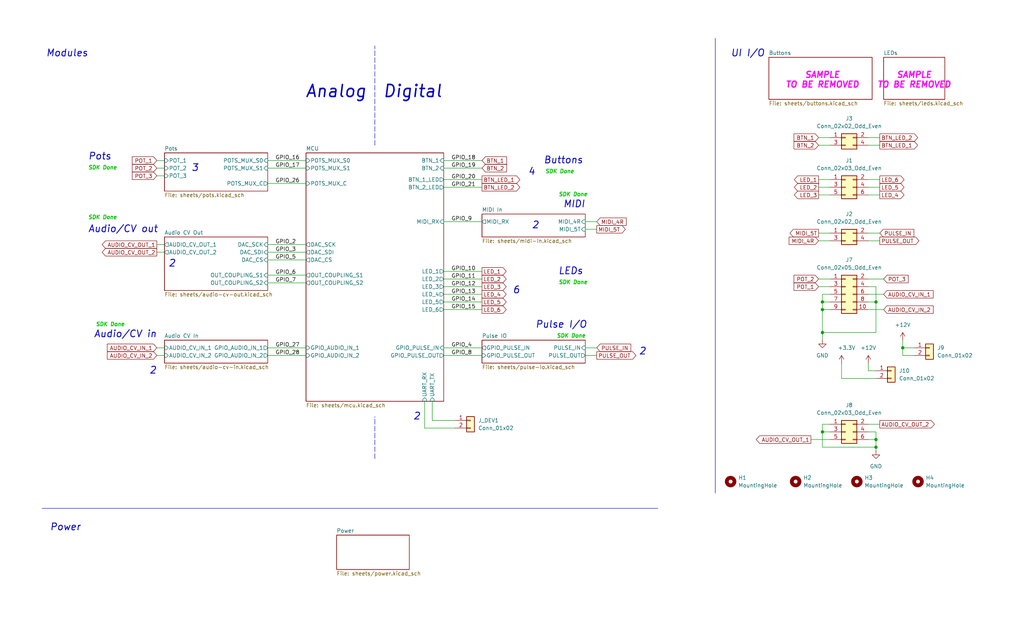
<source format=kicad_sch>
(kicad_sch (version 20250114) (generator "eeschema") (generator_version "9.0")
  (paper "User" 340 210)
  (lib_symbols
    (symbol "Connector_Generic:Conn_01x02" (pin_names (offset 1.016) (hide yes))
      (property "Reference" "J" (at 0 2.54 0))
      (property "Value" "Conn_01x02" (at 0 -5.08 0))
      (symbol "Conn_01x02_1_1"
        (rectangle (start -1.27 1.27) (end 1.27 -3.81) (stroke (width 0.254)) (fill (type background)))
        (rectangle (start -1.27 0.127) (end 0 -0.127) (stroke (width 0.1524)))
        (rectangle (start -1.27 -2.413) (end 0 -2.667) (stroke (width 0.1524)))
        (pin passive line (at -5.08 0 0) (length 3.81) (name "Pin_1") (number "1"))
        (pin passive line (at -5.08 -2.54 0) (length 3.81) (name "Pin_2") (number "2"))
      )
    )
    (symbol "Connector_Generic:Conn_02x02_Odd_Even" (pin_names (offset 1.016) (hide yes))
      (property "Reference" "J" (at 1.27 2.54 0))
      (property "Value" "Conn_02x02_Odd_Even" (at 1.27 -5.08 0))
      (symbol "Conn_02x02_Odd_Even_1_1"
        (rectangle (start -1.27 1.27) (end 3.81 -3.81) (stroke (width 0.254)) (fill (type background)))
        (rectangle (start -1.27 0.127) (end 0 -0.127) (stroke (width 0.1524)))
        (rectangle (start -1.27 -2.413) (end 0 -2.667) (stroke (width 0.1524)))
        (rectangle (start 3.81 0.127) (end 2.54 -0.127) (stroke (width 0.1524)))
        (rectangle (start 3.81 -2.413) (end 2.54 -2.667) (stroke (width 0.1524)))
        (pin passive line (at -5.08 0 0) (length 3.81) (name "Pin_1") (number "1"))
        (pin passive line (at -5.08 -2.54 0) (length 3.81) (name "Pin_3") (number "3"))
        (pin passive line (at 7.62 0 180) (length 3.81) (name "Pin_2") (number "2"))
        (pin passive line (at 7.62 -2.54 180) (length 3.81) (name "Pin_4") (number "4"))
      )
    )
    (symbol "Connector_Generic:Conn_02x03_Odd_Even" (pin_names (offset 1.016) (hide yes))
      (property "Reference" "J" (at 1.27 5.08 0))
      (property "Value" "Conn_02x03_Odd_Even" (at 1.27 -5.08 0))
      (symbol "Conn_02x03_Odd_Even_1_1"
        (rectangle (start -1.27 3.81) (end 3.81 -3.81) (stroke (width 0.254)) (fill (type background)))
        (rectangle (start -1.27 2.667) (end 0 2.413) (stroke (width 0.1524)))
        (rectangle (start -1.27 0.127) (end 0 -0.127) (stroke (width 0.1524)))
        (rectangle (start -1.27 -2.413) (end 0 -2.667) (stroke (width 0.1524)))
        (rectangle (start 3.81 2.667) (end 2.54 2.413) (stroke (width 0.1524)))
        (rectangle (start 3.81 0.127) (end 2.54 -0.127) (stroke (width 0.1524)))
        (rectangle (start 3.81 -2.413) (end 2.54 -2.667) (stroke (width 0.1524)))
        (pin passive line (at -5.08 2.54 0) (length 3.81) (name "Pin_1") (number "1"))
        (pin passive line (at -5.08 0 0) (length 3.81) (name "Pin_3") (number "3"))
        (pin passive line (at -5.08 -2.54 0) (length 3.81) (name "Pin_5") (number "5"))
        (pin passive line (at 7.62 2.54 180) (length 3.81) (name "Pin_2") (number "2"))
        (pin passive line (at 7.62 0 180) (length 3.81) (name "Pin_4") (number "4"))
        (pin passive line (at 7.62 -2.54 180) (length 3.81) (name "Pin_6") (number "6"))
      )
    )
    (symbol "Connector_Generic:Conn_02x05_Odd_Even" (pin_names (offset 1.016) (hide yes))
      (property "Reference" "J" (at 1.27 7.62 0))
      (property "Value" "Conn_02x05_Odd_Even" (at 1.27 -7.62 0))
      (symbol "Conn_02x05_Odd_Even_1_1"
        (rectangle (start -1.27 6.35) (end 3.81 -6.35) (stroke (width 0.254)) (fill (type background)))
        (rectangle (start -1.27 5.207) (end 0 4.953) (stroke (width 0.1524)))
        (rectangle (start -1.27 2.667) (end 0 2.413) (stroke (width 0.1524)))
        (rectangle (start -1.27 0.127) (end 0 -0.127) (stroke (width 0.1524)))
        (rectangle (start -1.27 -2.413) (end 0 -2.667) (stroke (width 0.1524)))
        (rectangle (start -1.27 -4.953) (end 0 -5.207) (stroke (width 0.1524)))
        (rectangle (start 3.81 5.207) (end 2.54 4.953) (stroke (width 0.1524)))
        (rectangle (start 3.81 2.667) (end 2.54 2.413) (stroke (width 0.1524)))
        (rectangle (start 3.81 0.127) (end 2.54 -0.127) (stroke (width 0.1524)))
        (rectangle (start 3.81 -2.413) (end 2.54 -2.667) (stroke (width 0.1524)))
        (rectangle (start 3.81 -4.953) (end 2.54 -5.207) (stroke (width 0.1524)))
        (pin passive line (at -5.08 5.08 0) (length 3.81) (name "Pin_1") (number "1"))
        (pin passive line (at -5.08 2.54 0) (length 3.81) (name "Pin_3") (number "3"))
        (pin passive line (at -5.08 0 0) (length 3.81) (name "Pin_5") (number "5"))
        (pin passive line (at -5.08 -2.54 0) (length 3.81) (name "Pin_7") (number "7"))
        (pin passive line (at -5.08 -5.08 0) (length 3.81) (name "Pin_9") (number "9"))
        (pin passive line (at 7.62 5.08 180) (length 3.81) (name "Pin_2") (number "2"))
        (pin passive line (at 7.62 2.54 180) (length 3.81) (name "Pin_4") (number "4"))
        (pin passive line (at 7.62 0 180) (length 3.81) (name "Pin_6") (number "6"))
        (pin passive line (at 7.62 -2.54 180) (length 3.81) (name "Pin_8") (number "8"))
        (pin passive line (at 7.62 -5.08 180) (length 3.81) (name "Pin_10") (number "10"))
      )
    )
    (symbol "Mechanical:MountingHole" (pin_names (offset 1.016)) (in_bom no)
      (property "Reference" "H" (at 0 5.08 0))
      (property "Value" "MountingHole" (at 0 3.175 0))
      (symbol "MountingHole_0_1"
        (circle (center 0 0) (radius 1.27) (stroke (width 1.27)))
      )
    )
    (symbol "power:+12V" (power) (pin_numbers (hide yes)) (pin_names (offset 0) (hide yes))
      (property "Value" "+12V" (at 0 3.556 0))
      (symbol "+12V_0_1"
        (polyline (pts (xy -0.762 1.27) (xy 0 2.54)))
        (polyline (pts (xy 0 2.54) (xy 0.762 1.27)))
        (polyline (pts (xy 0 0) (xy 0 2.54)))
      )
      (symbol "+12V_1_1"
        (pin power_in line (at 0 0 90) (length 0) (name "~") (number "1"))
      )
    )
    (symbol "power:+3.3V" (power) (pin_numbers (hide yes)) (pin_names (offset 0) (hide yes))
      (property "Value" "+3.3V" (at 0 3.556 0))
      (symbol "+3.3V_0_1"
        (polyline (pts (xy -0.762 1.27) (xy 0 2.54)))
        (polyline (pts (xy 0 2.54) (xy 0.762 1.27)))
        (polyline (pts (xy 0 0) (xy 0 2.54)))
      )
      (symbol "+3.3V_1_1"
        (pin power_in line (at 0 0 90) (length 0) (name "~") (number "1"))
      )
    )
    (symbol "power:GND" (power) (pin_numbers (hide yes)) (pin_names (offset 0) (hide yes))
      (property "Value" "GND" (at 0 -3.81 0))
      (symbol "GND_0_1"
        (polyline (pts (xy 0 0) (xy 0 -1.27) (xy 1.27 -1.27) (xy 0 -2.54) (xy -1.27 -1.27) (xy 0 -1.27)))
      )
      (symbol "GND_1_1"
        (pin power_in line (at 0 0 270) (length 0) (name "~") (number "1"))
      )
    )
  )
  (text "Power" (at 16.51 175.26 0) (effects (font (size 2.27 2.27) (thickness 0.2838) (italic yes)) (justify left)))
  (text "Audio/CV in" (at 31.115 111.125 0) (effects (font (size 2.27 2.27) (thickness 0.2838) (italic yes)) (justify left)))
  (text "SAMPLE\nTO BE REMOVED" (at 273.05 26.67 0) (effects (font (size 2 2) (thickness 0.4) (bold yes) (italic yes))))
  (text "Pulse I/O" (at 194.945 107.95 0) (effects (font (size 2.27 2.27) (thickness 0.2838) (italic yes)) (justify right)))
  (text "6" (at 170.18 96.52 0) (effects (font (size 2.27 2.27) (thickness 0.2838) (italic yes)) (justify left)))
  (text "Audio/CV out" (at 29.21 76.2 0) (effects (font (size 2.27 2.27) (thickness 0.2838) (italic yes)) (justify left)))
  (text "4" (at 175.26 57.15 0) (effects (font (size 2.27 2.27) (thickness 0.2838) (italic yes)) (justify left)))
  (text "SDK Done" (at 29.21 55.88 0) (effects (font (size 1.27 1.27) (thickness 0.254) (bold yes) (italic yes)) (justify left)))
  (text "SDK Done" (at 31.75 107.95 0) (effects (font (size 1.27 1.27) (thickness 0.254) (bold yes) (italic yes)) (justify left)))
  (text "SAMPLE\nTO BE REMOVED" (at 303.53 26.67 0) (effects (font (size 2 2) (thickness 0.4) (bold yes) (italic yes))))
  (text "SDK Done" (at 29.21 72.39 0) (effects (font (size 1.27 1.27) (thickness 0.254) (bold yes) (italic yes)) (justify left)))
  (text "2" (at 212.09 116.84 0) (effects (font (size 2.27 2.27) (thickness 0.2838) (italic yes)) (justify left)))
  (text "LEDs" (at 193.675 90.17 0) (effects (font (size 2.27 2.27) (thickness 0.2838) (italic yes)) (justify right)))
  (text "Modules" (at 15.24 17.78 0) (effects (font (size 2.27 2.27) (thickness 0.2838) (italic yes)) (justify left)))
  (text "2" (at 49.53 123.19 0) (effects (font (size 2.27 2.27) (thickness 0.2838) (italic yes)) (justify left)))
  (text "SDK Done" (at 185.42 93.98 0) (effects (font (size 1.27 1.27) (thickness 0.254) (bold yes) (italic yes)) (justify left)))
  (text "2" (at 137.16 138.43 0) (effects (font (size 2.27 2.27) (thickness 0.2838) (italic yes)) (justify left)))
  (text "Buttons" (at 193.675 53.34 0) (effects (font (size 2.27 2.27) (thickness 0.2838) (italic yes)) (justify right)))
  (text "2" (at 55.88 87.63 0) (effects (font (size 2.27 2.27) (thickness 0.2838) (italic yes)) (justify left)))
  (text "2" (at 176.53 74.93 0) (effects (font (size 2.27 2.27) (thickness 0.2838) (italic yes)) (justify left)))
  (text "SDK Done" (at 185.42 64.77 0) (effects (font (size 1.27 1.27) (thickness 0.254) (bold yes) (italic yes)) (justify left)))
  (text "Analog" (at 121.92 30.48 0) (effects (font (size 4 4) (thickness 0.5) (italic yes)) (justify right)))
  (text "SDK Done" (at 180.975 57.15 0) (effects (font (size 1.27 1.27) (thickness 0.254) (bold yes) (italic yes)) (justify left)))
  (text "Pots" (at 29.21 52.07 0) (effects (font (size 2.27 2.27) (thickness 0.2838) (italic yes)) (justify left)))
  (text "SDK Done" (at 184.785 111.76 0) (effects (font (size 1.27 1.27) (thickness 0.254) (bold yes) (italic yes)) (justify left)))
  (text "Digital" (at 127 30.48 0) (effects (font (size 4 4) (thickness 0.5) (italic yes)) (justify left)))
  (text "MIDI" (at 194.31 67.945 0) (effects (font (size 2.27 2.27) (thickness 0.2838) (italic yes)) (justify right)))
  (text "3" (at 63.5 55.88 0) (effects (font (size 2.27 2.27) (thickness 0.2838) (italic yes)) (justify left)))
  (text "UI I/O" (at 242.57 17.78 0) (effects (font (size 2.27 2.27) (thickness 0.2838) (italic yes)) (justify left)))
  (junction (at 273.05 100.33))
  (junction (at 299.72 115.57))
  (junction (at 273.05 143.51))
  (junction (at 290.83 148.59))
  (junction (at 273.05 110.49))
  (junction (at 273.05 102.87))
  (junction (at 290.83 146.05))
  (junction (at 290.83 100.33))
  (polyline (pts (xy 124.46 48.26) (xy 124.46 15.24)) (stroke (width 0) (type dash)))
  (wire (pts (xy 88.9 93.98) (xy 101.6 93.98)))
  (wire (pts (xy 271.78 45.72) (xy 275.59 45.72)))
  (wire (pts (xy 271.78 48.26) (xy 275.59 48.26)))
  (wire (pts (xy 147.32 55.88) (xy 160.02 55.88)))
  (wire (pts (xy 271.78 80.01) (xy 275.59 80.01)))
  (wire (pts (xy 88.9 81.28) (xy 101.6 81.28)))
  (wire (pts (xy 292.1 45.72) (xy 288.29 45.72)))
  (wire (pts (xy 147.32 97.79) (xy 160.02 97.79)))
  (wire (pts (xy 194.31 76.2) (xy 198.12 76.2)))
  (wire (pts (xy 194.31 118.11) (xy 198.12 118.11)))
  (wire (pts (xy 288.29 120.65) (xy 288.29 123.19)))
  (wire (pts (xy 299.72 115.57) (xy 299.72 118.11)))
  (polyline (pts (xy 124.46 152.4) (xy 124.46 138.43)) (stroke (width 0) (type dash)))
  (wire (pts (xy 292.1 59.69) (xy 288.29 59.69)))
  (wire (pts (xy 292.1 80.01) (xy 288.29 80.01)))
  (wire (pts (xy 140.97 133.35) (xy 140.97 142.24)))
  (wire (pts (xy 147.32 118.11) (xy 160.02 118.11)))
  (wire (pts (xy 288.29 123.19) (xy 290.83 123.19)))
  (wire (pts (xy 293.37 102.87) (xy 288.29 102.87)))
  (wire (pts (xy 271.78 95.25) (xy 275.59 95.25)))
  (wire (pts (xy 88.9 60.96) (xy 101.6 60.96)))
  (wire (pts (xy 290.83 100.33) (xy 290.83 110.49)))
  (wire (pts (xy 290.83 95.25) (xy 290.83 100.33)))
  (wire (pts (xy 290.83 110.49) (xy 273.05 110.49)))
  (wire (pts (xy 271.78 59.69) (xy 275.59 59.69)))
  (wire (pts (xy 147.32 92.71) (xy 160.02 92.71)))
  (wire (pts (xy 52.07 55.88) (xy 54.61 55.88)))
  (wire (pts (xy 273.05 143.51) (xy 275.59 143.51)))
  (wire (pts (xy 52.07 83.82) (xy 54.61 83.82)))
  (wire (pts (xy 290.83 148.59) (xy 290.83 149.86)))
  (wire (pts (xy 52.07 53.34) (xy 54.61 53.34)))
  (wire (pts (xy 273.05 148.59) (xy 290.83 148.59)))
  (wire (pts (xy 88.9 118.11) (xy 101.6 118.11)))
  (wire (pts (xy 290.83 146.05) (xy 290.83 148.59)))
  (wire (pts (xy 147.32 59.69) (xy 160.02 59.69)))
  (wire (pts (xy 273.05 97.79) (xy 275.59 97.79)))
  (wire (pts (xy 288.29 100.33) (xy 290.83 100.33)))
  (wire (pts (xy 88.9 91.44) (xy 101.6 91.44)))
  (wire (pts (xy 147.32 90.17) (xy 160.02 90.17)))
  (wire (pts (xy 292.1 140.97) (xy 288.29 140.97)))
  (wire (pts (xy 198.12 115.57) (xy 194.31 115.57)))
  (wire (pts (xy 140.97 142.24) (xy 151.13 142.24)))
  (wire (pts (xy 147.32 102.87) (xy 160.02 102.87)))
  (wire (pts (xy 273.05 140.97) (xy 273.05 143.51)))
  (wire (pts (xy 52.07 58.42) (xy 54.61 58.42)))
  (wire (pts (xy 88.9 115.57) (xy 101.6 115.57)))
  (wire (pts (xy 271.78 64.77) (xy 275.59 64.77)))
  (wire (pts (xy 290.83 143.51) (xy 290.83 146.05)))
  (wire (pts (xy 288.29 146.05) (xy 290.83 146.05)))
  (wire (pts (xy 273.05 113.03) (xy 273.05 110.49)))
  (wire (pts (xy 279.4 125.73) (xy 279.4 120.65)))
  (wire (pts (xy 147.32 53.34) (xy 160.02 53.34)))
  (wire (pts (xy 147.32 100.33) (xy 160.02 100.33)))
  (wire (pts (xy 52.07 115.57) (xy 54.61 115.57)))
  (wire (pts (xy 273.05 97.79) (xy 273.05 100.33)))
  (wire (pts (xy 88.9 86.36) (xy 101.6 86.36)))
  (wire (pts (xy 288.29 97.79) (xy 293.37 97.79)))
  (wire (pts (xy 52.07 81.28) (xy 54.61 81.28)))
  (wire (pts (xy 271.78 62.23) (xy 275.59 62.23)))
  (wire (pts (xy 52.07 118.11) (xy 54.61 118.11)))
  (wire (pts (xy 143.51 133.35) (xy 143.51 139.7)))
  (wire (pts (xy 273.05 100.33) (xy 273.05 102.87)))
  (wire (pts (xy 273.05 102.87) (xy 273.05 110.49)))
  (wire (pts (xy 273.05 102.87) (xy 275.59 102.87)))
  (wire (pts (xy 273.05 143.51) (xy 273.05 148.59)))
  (wire (pts (xy 198.12 73.66) (xy 194.31 73.66)))
  (wire (pts (xy 290.83 125.73) (xy 279.4 125.73)))
  (polyline (pts (xy 237.49 12.7) (xy 237.49 163.83)))
  (wire (pts (xy 143.51 139.7) (xy 151.13 139.7)))
  (wire (pts (xy 275.59 140.97) (xy 273.05 140.97)))
  (wire (pts (xy 288.29 143.51) (xy 290.83 143.51)))
  (wire (pts (xy 299.72 113.03) (xy 299.72 115.57)))
  (wire (pts (xy 292.1 64.77) (xy 288.29 64.77)))
  (wire (pts (xy 271.78 77.47) (xy 275.59 77.47)))
  (wire (pts (xy 299.72 115.57) (xy 303.53 115.57)))
  (wire (pts (xy 299.72 118.11) (xy 303.53 118.11)))
  (wire (pts (xy 288.29 95.25) (xy 290.83 95.25)))
  (wire (pts (xy 147.32 95.25) (xy 160.02 95.25)))
  (wire (pts (xy 88.9 83.82) (xy 101.6 83.82)))
  (polyline (pts (xy 13.97 168.91) (xy 218.44 168.91)))
  (wire (pts (xy 292.1 77.47) (xy 288.29 77.47)))
  (wire (pts (xy 147.32 62.23) (xy 160.02 62.23)))
  (wire (pts (xy 292.1 62.23) (xy 288.29 62.23)))
  (wire (pts (xy 271.78 92.71) (xy 275.59 92.71)))
  (wire (pts (xy 88.9 53.34) (xy 101.6 53.34)))
  (wire (pts (xy 288.29 92.71) (xy 293.37 92.71)))
  (wire (pts (xy 269.24 146.05) (xy 275.59 146.05)))
  (wire (pts (xy 147.32 73.66) (xy 160.02 73.66)))
  (wire (pts (xy 88.9 55.88) (xy 101.6 55.88)))
  (wire (pts (xy 147.32 115.57) (xy 160.02 115.57)))
  (wire (pts (xy 292.1 48.26) (xy 288.29 48.26)))
  (wire (pts (xy 275.59 100.33) (xy 273.05 100.33)))
  (label "GPIO_14" (at 149.86 100.33 0))
  (label "GPIO_19" (at 149.86 55.88 0))
  (label "GPIO_11" (at 149.86 92.71 0))
  (label "GPIO_3" (at 91.44 83.82 0))
  (label "GPIO_15" (at 149.86 102.87 0))
  (label "GPIO_5" (at 91.44 86.36 0))
  (label "GPIO_21" (at 149.86 62.23 0))
  (label "GPIO_10" (at 149.86 90.17 0))
  (label "GPIO_28" (at 91.44 118.11 0))
  (label "GPIO_13" (at 149.86 97.79 0))
  (label "GPIO_17" (at 91.44 55.88 0))
  (label "GPIO_27" (at 91.44 115.57 0))
  (label "GPIO_26" (at 91.44 60.96 0))
  (label "GPIO_18" (at 149.86 53.34 0))
  (label "GPIO_9" (at 149.86 73.66 0))
  (label "GPIO_7" (at 91.44 93.98 0))
  (label "GPIO_16" (at 91.44 53.34 0))
  (label "GPIO_12" (at 149.86 95.25 0))
  (label "GPIO_4" (at 149.86 115.57 0))
  (label "GPIO_2" (at 91.44 81.28 0))
  (label "GPIO_8" (at 149.86 118.11 0))
  (label "GPIO_6" (at 91.44 91.44 0))
  (label "GPIO_20" (at 149.86 59.69 0))
  (global_label "MIDI_5T" (shape output) (at 198.12 76.2 0) (property "Intersheetrefs" "${INTERSHEET_REFS}" (effects (hide yes))))
  (global_label "MIDI_5T" (shape output) (at 271.78 77.47 180) (property "Intersheetrefs" "${INTERSHEET_REFS}" (effects (hide yes))))
  (global_label "AUDIO_CV_OUT_1" (shape output) (at 52.07 81.28 180) (property "Intersheetrefs" "${INTERSHEET_REFS}" (effects (hide yes))))
  (global_label "LED_5" (shape output) (at 160.02 100.33 0) (property "Intersheetrefs" "${INTERSHEET_REFS}" (effects (hide yes))))
  (global_label "LED_2" (shape output) (at 271.78 62.23 180) (property "Intersheetrefs" "${INTERSHEET_REFS}" (effects (hide yes))))
  (global_label "POT_2" (shape input) (at 271.78 92.71 180) (property "Intersheetrefs" "${INTERSHEET_REFS}" (effects (hide yes))))
  (global_label "PULSE_OUT" (shape output) (at 198.12 118.11 0) (property "Intersheetrefs" "${INTERSHEET_REFS}" (effects (hide yes))))
  (global_label "AUDIO_CV_OUT_2" (shape output) (at 292.1 140.97 0) (property "Intersheetrefs" "${INTERSHEET_REFS}" (effects (hide yes))))
  (global_label "BTN_2" (shape input) (at 271.78 48.26 180) (property "Intersheetrefs" "${INTERSHEET_REFS}" (effects (hide yes))))
  (global_label "LED_4" (shape output) (at 160.02 97.79 0) (property "Intersheetrefs" "${INTERSHEET_REFS}" (effects (hide yes))))
  (global_label "BTN_1" (shape input) (at 160.02 53.34 0) (property "Intersheetrefs" "${INTERSHEET_REFS}" (effects (hide yes))))
  (global_label "POT_2" (shape input) (at 52.07 55.88 180) (property "Intersheetrefs" "${INTERSHEET_REFS}" (effects (hide yes))))
  (global_label "LED_5" (shape output) (at 292.1 62.23 0) (property "Intersheetrefs" "${INTERSHEET_REFS}" (effects (hide yes))))
  (global_label "LED_1" (shape output) (at 271.78 59.69 180) (property "Intersheetrefs" "${INTERSHEET_REFS}" (effects (hide yes))))
  (global_label "AUDIO_CV_IN_2" (shape input) (at 52.07 118.11 180) (property "Intersheetrefs" "${INTERSHEET_REFS}" (effects (hide yes))))
  (global_label "LED_6" (shape output) (at 292.1 59.69 0) (property "Intersheetrefs" "${INTERSHEET_REFS}" (effects (hide yes))))
  (global_label "LED_3" (shape output) (at 271.78 64.77 180) (property "Intersheetrefs" "${INTERSHEET_REFS}" (effects (hide yes))))
  (global_label "BTN_LED_1" (shape output) (at 292.1 48.26 0) (property "Intersheetrefs" "${INTERSHEET_REFS}" (effects (hide yes))))
  (global_label "BTN_2" (shape input) (at 160.02 55.88 0) (property "Intersheetrefs" "${INTERSHEET_REFS}" (effects (hide yes))))
  (global_label "MIDI_4R" (shape input) (at 198.12 73.66 0) (property "Intersheetrefs" "${INTERSHEET_REFS}" (effects (hide yes))))
  (global_label "LED_3" (shape output) (at 160.02 95.25 0) (property "Intersheetrefs" "${INTERSHEET_REFS}" (effects (hide yes))))
  (global_label "POT_3" (shape input) (at 52.07 58.42 180) (property "Intersheetrefs" "${INTERSHEET_REFS}" (effects (hide yes))))
  (global_label "AUDIO_CV_IN_2" (shape input) (at 293.37 102.87 0) (property "Intersheetrefs" "${INTERSHEET_REFS}" (effects (hide yes))))
  (global_label "AUDIO_CV_IN_1" (shape input) (at 293.37 97.79 0) (property "Intersheetrefs" "${INTERSHEET_REFS}" (effects (hide yes))))
  (global_label "BTN_LED_2" (shape output) (at 160.02 62.23 0) (property "Intersheetrefs" "${INTERSHEET_REFS}" (effects (hide yes))))
  (global_label "MIDI_4R" (shape input) (at 271.78 80.01 180) (property "Intersheetrefs" "${INTERSHEET_REFS}" (effects (hide yes))))
  (global_label "AUDIO_CV_IN_1" (shape input) (at 52.07 115.57 180) (property "Intersheetrefs" "${INTERSHEET_REFS}" (effects (hide yes))))
  (global_label "PULSE_IN" (shape input) (at 292.1 77.47 0) (property "Intersheetrefs" "${INTERSHEET_REFS}" (effects (hide yes))))
  (global_label "LED_6" (shape output) (at 160.02 102.87 0) (property "Intersheetrefs" "${INTERSHEET_REFS}" (effects (hide yes))))
  (global_label "POT_1" (shape input) (at 271.78 95.25 180) (property "Intersheetrefs" "${INTERSHEET_REFS}" (effects (hide yes))))
  (global_label "LED_2" (shape output) (at 160.02 92.71 0) (property "Intersheetrefs" "${INTERSHEET_REFS}" (effects (hide yes))))
  (global_label "LED_4" (shape output) (at 292.1 64.77 0) (property "Intersheetrefs" "${INTERSHEET_REFS}" (effects (hide yes))))
  (global_label "AUDIO_CV_OUT_2" (shape output) (at 52.07 83.82 180) (property "Intersheetrefs" "${INTERSHEET_REFS}" (effects (hide yes))))
  (global_label "BTN_LED_2" (shape output) (at 292.1 45.72 0) (property "Intersheetrefs" "${INTERSHEET_REFS}" (effects (hide yes))))
  (global_label "BTN_LED_1" (shape output) (at 160.02 59.69 0) (property "Intersheetrefs" "${INTERSHEET_REFS}" (effects (hide yes))))
  (global_label "BTN_1" (shape input) (at 271.78 45.72 180) (property "Intersheetrefs" "${INTERSHEET_REFS}" (effects (hide yes))))
  (global_label "AUDIO_CV_OUT_1" (shape output) (at 269.24 146.05 180) (property "Intersheetrefs" "${INTERSHEET_REFS}" (effects (hide yes))))
  (global_label "POT_3" (shape input) (at 293.37 92.71 0) (property "Intersheetrefs" "${INTERSHEET_REFS}" (effects (hide yes))))
  (global_label "PULSE_IN" (shape input) (at 198.12 115.57 0) (property "Intersheetrefs" "${INTERSHEET_REFS}" (effects (hide yes))))
  (global_label "POT_1" (shape input) (at 52.07 53.34 180) (property "Intersheetrefs" "${INTERSHEET_REFS}" (effects (hide yes))))
  (global_label "LED_1" (shape output) (at 160.02 90.17 0) (property "Intersheetrefs" "${INTERSHEET_REFS}" (effects (hide yes))))
  (global_label "PULSE_OUT" (shape output) (at 292.1 80.01 0) (property "Intersheetrefs" "${INTERSHEET_REFS}" (effects (hide yes))))
  (symbol (lib_id "power:GND") (at 290.83 149.86 0) (unit 1)
    (property "Reference" "#PWR013" (effects (hide yes)))
    (property "Value" "GND" (at 290.83 154.94 0))
    (property "Description" "Power symbol creates a global label with name \"GND\" , ground" (effects (hide yes)))
  )
  (symbol (lib_id "Connector_Generic:Conn_02x02_Odd_Even") (at 280.67 45.72 0) (unit 1)
    (property "Reference" "J3" (at 281.94 39.37 0))
    (property "Value" "Conn_02x02_Odd_Even" (at 281.94 41.91 0))
    (property "Footprint" "Connector_PinHeader_2.54mm:PinHeader_2x02_P2.54mm_Vertical" (effects (hide yes)))
    (property "Description" "Generic connector, double row, 02x02, odd/even pin numbering scheme (row 1 odd numbers, row 2 even numbers), script generated (kicad-library-utils/schlib/autogen/connector/)" (effects (hide yes)))
    (property "Vendor" "Mouser" (effects (hide yes)))
  )
  (symbol (lib_id "Mechanical:MountingHole") (at 264.16 160.02 0) (unit 1) (in_bom no)
    (property "Reference" "H2" (at 266.7 158.7499 0) (effects (justify left)))
    (property "Value" "MountingHole" (at 266.7 161.2899 0) (effects (justify left)))
    (property "Footprint" "MountingHole:MountingHole_3.2mm_M3_DIN965_Pad" (effects (hide yes)))
    (property "Description" "Mounting Hole without connection" (effects (hide yes)))
    (property "Vendor" "N/A" (effects (hide yes)))
  )
  (symbol (lib_id "Mechanical:MountingHole") (at 242.57 160.02 0) (unit 1) (in_bom no)
    (property "Reference" "H1" (at 245.11 158.7499 0) (effects (justify left)))
    (property "Value" "MountingHole" (at 245.11 161.2899 0) (effects (justify left)))
    (property "Footprint" "MountingHole:MountingHole_3.2mm_M3_DIN965_Pad" (effects (hide yes)))
    (property "Description" "Mounting Hole without connection" (effects (hide yes)))
    (property "Vendor" "N/A" (effects (hide yes)))
  )
  (symbol (lib_id "power:+12V") (at 299.72 113.03 0) (unit 1)
    (property "Reference" "#PWR067" (effects (hide yes)))
    (property "Value" "+12V" (at 299.72 107.95 0))
    (property "Description" "Power symbol creates a global label with name \"+12V\"" (effects (hide yes)))
  )
  (symbol (lib_id "power:+12V") (at 288.29 120.65 0) (unit 1)
    (property "Reference" "#PWR012" (effects (hide yes)))
    (property "Value" "+12V" (at 288.29 115.57 0))
    (property "Description" "Power symbol creates a global label with name \"+12V\"" (effects (hide yes)))
  )
  (symbol (lib_id "Connector_Generic:Conn_02x05_Odd_Even") (at 280.67 97.79 0) (unit 1)
    (property "Reference" "J7" (at 281.94 86.36 0))
    (property "Value" "Conn_02x05_Odd_Even" (at 281.94 88.9 0))
    (property "Footprint" "Connector_PinHeader_2.54mm:PinHeader_2x05_P2.54mm_Vertical" (effects (hide yes)))
    (property "Description" "Generic connector, double row, 02x05, odd/even pin numbering scheme (row 1 odd numbers, row 2 even numbers), script generated (kicad-library-utils/schlib/autogen/connector/)" (effects (hide yes)))
    (property "Vendor" "Mouser" (effects (hide yes)))
  )
  (symbol (lib_id "power:+3.3V") (at 279.4 120.65 0) (unit 1)
    (property "Reference" "#PWR062" (effects (hide yes)))
    (property "Value" "+3.3V" (at 278.13 115.57 0) (effects (justify left)))
    (property "Description" "Power symbol creates a global label with name \"+3.3V\"" (effects (hide yes)))
  )
  (symbol (lib_id "Mechanical:MountingHole") (at 284.48 160.02 0) (unit 1) (in_bom no)
    (property "Reference" "H3" (at 287.02 158.7499 0) (effects (justify left)))
    (property "Value" "MountingHole" (at 287.02 161.2899 0) (effects (justify left)))
    (property "Footprint" "MountingHole:MountingHole_3.2mm_M3_DIN965_Pad" (effects (hide yes)))
    (property "Description" "Mounting Hole without connection" (effects (hide yes)))
    (property "Vendor" "N/A" (effects (hide yes)))
  )
  (symbol (lib_id "Connector_Generic:Conn_02x03_Odd_Even") (at 280.67 143.51 0) (unit 1)
    (property "Reference" "J8" (at 281.94 134.62 0))
    (property "Value" "Conn_02x03_Odd_Even" (at 281.94 137.16 0))
    (property "Footprint" "Connector_PinHeader_2.54mm:PinHeader_2x03_P2.54mm_Vertical" (effects (hide yes)))
    (property "Description" "Generic connector, double row, 02x03, odd/even pin numbering scheme (row 1 odd numbers, row 2 even numbers), script generated (kicad-library-utils/schlib/autogen/connector/)" (effects (hide yes)))
    (property "Vendor" "Mouser" (effects (hide yes)))
  )
  (symbol (lib_id "Connector_Generic:Conn_01x02") (at 308.61 115.57 0) (unit 1)
    (property "Reference" "J9" (at 311.15 115.5699 0) (effects (justify left)))
    (property "Value" "Conn_01x02" (at 311.15 118.1099 0) (effects (justify left)))
    (property "Footprint" "Connector_PinHeader_2.54mm:PinHeader_1x02_P2.54mm_Vertical" (effects (hide yes)))
    (property "Description" "Generic connector, single row, 01x02, script generated (kicad-library-utils/schlib/autogen/connector/)" (effects (hide yes)))
    (property "Vendor" "Mouser" (effects (hide yes)))
  )
  (symbol (lib_id "Mechanical:MountingHole") (at 304.8 160.02 0) (unit 1) (in_bom no)
    (property "Reference" "H4" (at 307.34 158.7499 0) (effects (justify left)))
    (property "Value" "MountingHole" (at 307.34 161.2899 0) (effects (justify left)))
    (property "Footprint" "MountingHole:MountingHole_3.2mm_M3_DIN965_Pad" (effects (hide yes)))
    (property "Description" "Mounting Hole without connection" (effects (hide yes)))
    (property "Vendor" "N/A" (effects (hide yes)))
  )
  (symbol (lib_id "Connector_Generic:Conn_01x02") (at 295.91 123.19 0) (unit 1)
    (property "Reference" "J10" (at 298.45 123.1899 0) (effects (justify left)))
    (property "Value" "Conn_01x02" (at 298.45 125.7299 0) (effects (justify left)))
    (property "Footprint" "Connector_PinHeader_2.54mm:PinHeader_1x02_P2.54mm_Vertical" (effects (hide yes)))
    (property "Description" "Generic connector, single row, 01x02, script generated (kicad-library-utils/schlib/autogen/connector/)" (effects (hide yes)))
    (property "Vendor" "Mouser" (effects (hide yes)))
  )
  (symbol (lib_id "Connector_Generic:Conn_01x02") (at 156.21 139.7 0) (unit 1)
    (property "Reference" "J_DEV1" (at 158.75 139.6999 0) (effects (justify left)))
    (property "Value" "Conn_01x02" (at 158.75 142.2399 0) (effects (justify left)))
    (property "Footprint" "Connector_PinHeader_2.54mm:PinHeader_1x02_P2.54mm_Vertical" (effects (hide yes)))
    (property "Description" "Generic connector, single row, 01x02, script generated (kicad-library-utils/schlib/autogen/connector/)" (effects (hide yes)))
  )
  (symbol (lib_id "power:GND") (at 273.05 113.03 0) (unit 1)
    (property "Reference" "#PWR074" (effects (hide yes)))
    (property "Value" "GND" (at 273.05 118.11 0))
    (property "Description" "Power symbol creates a global label with name \"GND\" , ground" (effects (hide yes)))
  )
  (symbol (lib_id "Connector_Generic:Conn_02x03_Odd_Even") (at 280.67 62.23 0) (unit 1)
    (property "Reference" "J1" (at 281.94 53.34 0))
    (property "Value" "Conn_02x03_Odd_Even" (at 281.94 55.88 0))
    (property "Footprint" "Connector_PinHeader_2.54mm:PinHeader_2x03_P2.54mm_Vertical" (effects (hide yes)))
    (property "Description" "Generic connector, double row, 02x03, odd/even pin numbering scheme (row 1 odd numbers, row 2 even numbers), script generated (kicad-library-utils/schlib/autogen/connector/)" (effects (hide yes)))
    (property "Vendor" "Mouser" (effects (hide yes)))
  )
  (symbol (lib_id "Connector_Generic:Conn_02x02_Odd_Even") (at 280.67 77.47 0) (unit 1)
    (property "Reference" "J2" (at 281.94 71.12 0))
    (property "Value" "Conn_02x02_Odd_Even" (at 281.94 73.66 0))
    (property "Footprint" "Connector_PinHeader_2.54mm:PinHeader_2x02_P2.54mm_Vertical" (effects (hide yes)))
    (property "Description" "Generic connector, double row, 02x02, odd/even pin numbering scheme (row 1 odd numbers, row 2 even numbers), script generated (kicad-library-utils/schlib/autogen/connector/)" (effects (hide yes)))
    (property "Vendor" "Mouser" (effects (hide yes)))
  )
  (sheet (at 293.37 19.05) (size 20.32 13.97) (stroke (width 0.1524))
    (property "Sheetname" "LEDs" (at 293.37 18.3384 0) (effects (justify left bottom)))
    (property "Sheetfile" "sheets/leds.kicad_sch" (at 293.37 33.6046 0) (effects (justify left top)))
  )
  (sheet (at 54.61 113.03) (size 34.29 7.62) (stroke (width 0.1524))
    (property "Sheetname" "Audio CV In" (at 54.61 112.3184 0) (effects (justify left bottom)))
    (property "Sheetfile" "sheets/audio-cv-in.kicad_sch" (at 54.61 121.2346 0) (effects (justify left top)))
    (pin "AUDIO_CV_IN_1" input (at 54.61 115.57 180))
    (pin "AUDIO_CV_IN_2" input (at 54.61 118.11 180))
    (pin "GPIO_AUDIO_IN_1" output (at 88.9 115.57 0))
    (pin "GPIO_AUDIO_IN_2" output (at 88.9 118.11 0))
  )
  (sheet (at 54.61 50.8) (size 34.29 12.7) (stroke (width 0.1524))
    (property "Sheetname" "Pots" (at 54.61 50.0884 0) (effects (justify left bottom)))
    (property "Sheetfile" "sheets/pots.kicad_sch" (at 54.61 64.0846 0) (effects (justify left top)))
    (pin "POTS_MUX_C" output (at 88.9 60.96 0))
    (pin "POTS_MUX_S0" input (at 88.9 53.34 0))
    (pin "POTS_MUX_S1" input (at 88.9 55.88 0))
    (pin "POT_1" input (at 54.61 53.34 180))
    (pin "POT_2" input (at 54.61 55.88 180))
    (pin "POT_3" input (at 54.61 58.42 180))
  )
  (sheet (at 160.02 71.12) (size 34.29 7.62) (stroke (width 0.1524))
    (property "Sheetname" "MIDI In" (at 160.02 70.4084 0) (effects (justify left bottom)))
    (property "Sheetfile" "sheets/midi-in.kicad_sch" (at 160.02 79.3246 0) (effects (justify left top)))
    (pin "MIDI_4R" input (at 194.31 73.66 0))
    (pin "MIDI_5T" input (at 194.31 76.2 0))
    (pin "MIDI_RX" output (at 160.02 73.66 180))
  )
  (sheet (at 111.76 177.8) (size 24.13 11.43) (stroke (width 0.1524))
    (property "Sheetname" "Power" (at 111.76 177.0884 0) (effects (justify left bottom)))
    (property "Sheetfile" "sheets/power.kicad_sch" (at 111.76 189.8146 0) (effects (justify left top)))
  )
  (sheet (at 54.61 78.74) (size 34.29 17.78) (stroke (width 0.1524))
    (property "Sheetname" "Audio CV Out" (at 54.61 78.0284 0) (effects (justify left bottom)))
    (property "Sheetfile" "sheets/audio-cv-out.kicad_sch" (at 54.61 97.1046 0) (effects (justify left top)))
    (pin "AUDIO_CV_OUT_1" output (at 54.61 81.28 180))
    (pin "DAC_CS" input (at 88.9 86.36 0))
    (pin "DAC_SCK" input (at 88.9 81.28 0))
    (pin "DAC_SDI" input (at 88.9 83.82 0))
    (pin "AUDIO_CV_OUT_2" output (at 54.61 83.82 180))
    (pin "OUT_COUPLING_S1" input (at 88.9 91.44 0))
    (pin "OUT_COUPLING_S2" input (at 88.9 93.98 0))
  )
  (sheet (at 255.27 19.05) (size 34.29 13.97) (stroke (width 0.1524))
    (property "Sheetname" "Buttons" (at 255.27 18.3384 0) (effects (justify left bottom)))
    (property "Sheetfile" "sheets/buttons.kicad_sch" (at 255.27 33.6046 0) (effects (justify left top)))
  )
  (sheet (at 160.02 113.03) (size 34.29 7.62) (stroke (width 0.1524))
    (property "Sheetname" "Pulse IO" (at 160.02 112.3184 0) (effects (justify left bottom)))
    (property "Sheetfile" "sheets/pulse-io.kicad_sch" (at 160.02 121.2346 0) (effects (justify left top)))
    (pin "GPIO_PULSE_IN" output (at 160.02 115.57 180))
    (pin "GPIO_PULSE_OUT" input (at 160.02 118.11 180))
    (pin "PULSE_IN" input (at 194.31 115.57 0))
    (pin "PULSE_OUT" output (at 194.31 118.11 0))
  )
  (sheet (at 101.6 50.8) (size 45.72 82.55) (stroke (width 0.1524))
    (property "Sheetname" "MCU" (at 101.6 50.0884 0) (effects (justify left bottom)))
    (property "Sheetfile" "sheets/mcu.kicad_sch" (at 101.6 133.9346 0) (effects (justify left top)))
    (pin "POTS_MUX_C" input (at 101.6 60.96 180))
    (pin "POTS_MUX_S0" input (at 101.6 53.34 180))
    (pin "POTS_MUX_S1" input (at 101.6 55.88 180))
    (pin "LED_1" output (at 147.32 90.17 0))
    (pin "LED_2" output (at 147.32 92.71 0))
    (pin "LED_3" output (at 147.32 95.25 0))
    (pin "LED_4" output (at 147.32 97.79 0))
    (pin "LED_5" output (at 147.32 100.33 0))
    (pin "LED_6" output (at 147.32 102.87 0))
    (pin "MIDI_RX" input (at 147.32 73.66 0))
    (pin "BTN_1" input (at 147.32 53.34 0))
    (pin "BTN_2" input (at 147.32 55.88 0))
    (pin "BTN_1_LED" output (at 147.32 59.69 0))
    (pin "BTN_2_LED" output (at 147.32 62.23 0))
    (pin "UART_RX" input (at 140.97 133.35 270))
    (pin "UART_TX" input (at 143.51 133.35 270))
    (pin "DAC_CS" output (at 101.6 86.36 180))
    (pin "DAC_SCK" output (at 101.6 81.28 180))
    (pin "DAC_SDI" output (at 101.6 83.82 180))
    (pin "OUT_COUPLING_S1" output (at 101.6 91.44 180))
    (pin "OUT_COUPLING_S2" output (at 101.6 93.98 180))
    (pin "GPIO_AUDIO_IN_1" input (at 101.6 115.57 180))
    (pin "GPIO_AUDIO_IN_2" input (at 101.6 118.11 180))
    (pin "GPIO_PULSE_IN" input (at 147.32 115.57 0))
    (pin "GPIO_PULSE_OUT" output (at 147.32 118.11 0))
  )
)
</source>
